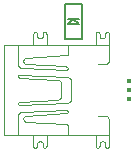
<source format=gbo>
G75*
G70*
%OFA0B0*%
%FSLAX24Y24*%
%IPPOS*%
%LPD*%
%AMOC8*
5,1,8,0,0,1.08239X$1,22.5*
%
%ADD10C,0.0050*%
%ADD11R,0.0118X0.0118*%
%ADD12C,0.0040*%
D10*
X002145Y004789D02*
X002736Y004789D01*
X002736Y005971D01*
X002145Y005971D01*
X002145Y004789D01*
X002265Y005305D02*
X002440Y005455D01*
X002615Y005305D01*
X002265Y005305D01*
X002265Y005455D02*
X002615Y005455D01*
D11*
X004300Y003400D03*
X004300Y003100D03*
X004300Y002800D03*
D12*
X001163Y001171D02*
X001163Y001171D01*
X001163Y001172D02*
X001150Y001173D01*
X001137Y001178D01*
X001126Y001185D01*
X001116Y001195D01*
X001109Y001206D01*
X001104Y001219D01*
X001103Y001232D01*
X001102Y001232D02*
X001102Y001602D01*
X001318Y001386D02*
X001329Y001386D01*
X001346Y001384D01*
X001363Y001379D01*
X001378Y001371D01*
X001391Y001360D01*
X001402Y001347D01*
X001410Y001332D01*
X001415Y001315D01*
X001417Y001298D01*
X001417Y001232D01*
X001419Y001218D01*
X001423Y001206D01*
X001430Y001194D01*
X001440Y001184D01*
X001452Y001177D01*
X001464Y001173D01*
X001478Y001171D01*
X001493Y001173D01*
X001507Y001178D01*
X001519Y001185D01*
X001530Y001196D01*
X001537Y001208D01*
X001542Y001222D01*
X001544Y001237D01*
X001544Y001580D01*
X001318Y001386D02*
X001301Y001384D01*
X001284Y001379D01*
X001269Y001371D01*
X001256Y001360D01*
X001245Y001347D01*
X001237Y001332D01*
X001232Y001315D01*
X001230Y001298D01*
X001229Y001298D02*
X001229Y001237D01*
X001227Y001222D01*
X001222Y001208D01*
X001215Y001196D01*
X001204Y001185D01*
X001192Y001178D01*
X001178Y001173D01*
X001163Y001171D01*
X000589Y001624D02*
X000589Y002231D01*
X000591Y002253D01*
X000596Y002274D01*
X000604Y002294D01*
X000615Y002312D01*
X000629Y002329D01*
X000646Y002343D01*
X000664Y002354D01*
X000684Y002362D01*
X000705Y002367D01*
X000727Y002369D01*
X000744Y002369D01*
X002190Y002435D01*
X002189Y002435D02*
X002203Y002434D01*
X002217Y002430D01*
X002228Y002422D01*
X002238Y002412D01*
X002245Y002400D01*
X002249Y002387D01*
X002250Y002373D01*
X002247Y002359D01*
X002241Y002346D01*
X002233Y002336D01*
X002221Y002327D01*
X002209Y002321D01*
X002195Y002319D01*
X000860Y002231D01*
X000841Y002228D01*
X000824Y002221D01*
X000808Y002212D01*
X000794Y002199D01*
X000783Y002184D01*
X000775Y002168D01*
X000770Y002150D01*
X000769Y002131D01*
X000771Y002113D01*
X000777Y002095D01*
X000786Y002079D01*
X000798Y002065D01*
X000813Y002053D01*
X000829Y002044D01*
X000847Y002039D01*
X000865Y002037D01*
X000865Y002038D02*
X002206Y001949D01*
X002218Y001947D01*
X002229Y001941D01*
X002238Y001933D01*
X002245Y001923D01*
X002249Y001912D01*
X002250Y001900D01*
X002250Y001624D01*
X003183Y001602D02*
X003183Y001232D01*
X003185Y001219D01*
X003189Y001206D01*
X003196Y001194D01*
X003206Y001184D01*
X003218Y001177D01*
X003231Y001172D01*
X003244Y001171D01*
X003244Y001171D01*
X003259Y001173D01*
X003273Y001178D01*
X003285Y001185D01*
X003296Y001196D01*
X003303Y001208D01*
X003308Y001222D01*
X003310Y001237D01*
X003310Y001298D01*
X003312Y001315D01*
X003317Y001332D01*
X003325Y001347D01*
X003336Y001360D01*
X003349Y001371D01*
X003364Y001379D01*
X003381Y001384D01*
X003398Y001386D01*
X003410Y001386D01*
X003427Y001384D01*
X003444Y001379D01*
X003459Y001371D01*
X003472Y001360D01*
X003483Y001347D01*
X003491Y001332D01*
X003496Y001315D01*
X003498Y001298D01*
X003498Y001232D01*
X003500Y001218D01*
X003504Y001206D01*
X003511Y001194D01*
X003521Y001184D01*
X003533Y001177D01*
X003545Y001173D01*
X003559Y001171D01*
X003574Y001173D01*
X003588Y001178D01*
X003600Y001185D01*
X003611Y001196D01*
X003618Y001208D01*
X003623Y001222D01*
X003625Y001237D01*
X003625Y001607D01*
X003625Y001602D02*
X003625Y002098D01*
X003624Y002098D02*
X003622Y002120D01*
X003617Y002142D01*
X003608Y002163D01*
X003597Y002182D01*
X003582Y002199D01*
X003565Y002214D01*
X003546Y002225D01*
X003525Y002234D01*
X003503Y002239D01*
X003481Y002241D01*
X003481Y002242D02*
X003271Y002242D01*
X003625Y001602D02*
X000120Y001602D01*
X000120Y004599D01*
X001544Y004599D01*
X001544Y004968D01*
X001543Y004969D02*
X001542Y004982D01*
X001537Y004995D01*
X001530Y005006D01*
X001520Y005016D01*
X001509Y005023D01*
X001496Y005028D01*
X001483Y005029D01*
X001483Y005029D01*
X001468Y005027D01*
X001454Y005022D01*
X001442Y005015D01*
X001431Y005004D01*
X001424Y004992D01*
X001419Y004978D01*
X001417Y004963D01*
X001417Y004902D01*
X001415Y004885D01*
X001410Y004868D01*
X001402Y004853D01*
X001391Y004840D01*
X001378Y004829D01*
X001363Y004821D01*
X001346Y004816D01*
X001329Y004814D01*
X001318Y004814D01*
X001301Y004816D01*
X001284Y004821D01*
X001269Y004829D01*
X001256Y004840D01*
X001245Y004853D01*
X001237Y004868D01*
X001232Y004885D01*
X001230Y004902D01*
X001229Y004902D02*
X001229Y004968D01*
X001230Y004968D02*
X001228Y004982D01*
X001224Y004994D01*
X001217Y005006D01*
X001207Y005016D01*
X001195Y005023D01*
X001183Y005027D01*
X001169Y005029D01*
X001154Y005027D01*
X001140Y005022D01*
X001128Y005015D01*
X001117Y005004D01*
X001110Y004992D01*
X001105Y004978D01*
X001103Y004963D01*
X001102Y004963D02*
X001102Y004621D01*
X001544Y004599D02*
X003625Y004599D01*
X003625Y004968D01*
X003625Y004969D02*
X003624Y004982D01*
X003619Y004995D01*
X003612Y005007D01*
X003602Y005017D01*
X003590Y005024D01*
X003577Y005029D01*
X003564Y005030D01*
X003564Y005029D02*
X003564Y005029D01*
X003549Y005027D01*
X003535Y005022D01*
X003523Y005015D01*
X003512Y005004D01*
X003505Y004992D01*
X003500Y004978D01*
X003498Y004963D01*
X003498Y004902D01*
X003496Y004885D01*
X003491Y004868D01*
X003483Y004853D01*
X003472Y004840D01*
X003459Y004829D01*
X003444Y004821D01*
X003427Y004816D01*
X003410Y004814D01*
X003409Y004814D02*
X003398Y004814D01*
X003381Y004816D01*
X003364Y004821D01*
X003349Y004829D01*
X003336Y004840D01*
X003325Y004853D01*
X003317Y004868D01*
X003312Y004885D01*
X003310Y004902D01*
X003310Y004968D01*
X003308Y004982D01*
X003304Y004994D01*
X003297Y005006D01*
X003287Y005016D01*
X003275Y005023D01*
X003263Y005027D01*
X003249Y005029D01*
X003234Y005027D01*
X003220Y005022D01*
X003208Y005015D01*
X003197Y005004D01*
X003190Y004992D01*
X003185Y004978D01*
X003183Y004963D01*
X003183Y004621D01*
X003625Y004599D02*
X003625Y004096D01*
X003623Y004074D01*
X003618Y004053D01*
X003610Y004033D01*
X003599Y004015D01*
X003585Y003998D01*
X003568Y003984D01*
X003550Y003973D01*
X003530Y003965D01*
X003509Y003960D01*
X003487Y003958D01*
X003255Y003958D01*
X002366Y003384D02*
X002366Y002805D01*
X002367Y002805D02*
X002365Y002784D01*
X002360Y002764D01*
X002352Y002745D01*
X002342Y002727D01*
X002328Y002711D01*
X002312Y002697D01*
X002294Y002687D01*
X002275Y002679D01*
X002255Y002674D01*
X002234Y002672D01*
X000650Y002590D01*
X000650Y002589D02*
X000636Y002590D01*
X000623Y002595D01*
X000612Y002603D01*
X000603Y002613D01*
X000597Y002626D01*
X000594Y002639D01*
X000595Y002653D01*
X000600Y002666D01*
X000608Y002677D01*
X000618Y002686D01*
X000631Y002692D01*
X000644Y002695D01*
X000644Y002694D02*
X001870Y002761D01*
X001894Y002763D01*
X001918Y002768D01*
X001941Y002776D01*
X001962Y002788D01*
X001982Y002803D01*
X001999Y002820D01*
X002014Y002840D01*
X002026Y002861D01*
X002034Y002884D01*
X002039Y002908D01*
X002041Y002932D01*
X002041Y003279D01*
X002039Y003303D01*
X002034Y003326D01*
X002026Y003348D01*
X002015Y003369D01*
X002000Y003388D01*
X001984Y003404D01*
X001965Y003419D01*
X001944Y003430D01*
X001922Y003438D01*
X001899Y003443D01*
X001875Y003445D01*
X001848Y003445D01*
X000650Y003500D01*
X000649Y003500D02*
X000636Y003502D01*
X000623Y003508D01*
X000612Y003517D01*
X000604Y003528D01*
X000599Y003541D01*
X000597Y003555D01*
X000599Y003569D01*
X000604Y003582D01*
X000612Y003593D01*
X000623Y003602D01*
X000636Y003608D01*
X000649Y003610D01*
X000650Y003611D02*
X002223Y003528D01*
X002246Y003526D01*
X002267Y003521D01*
X002288Y003512D01*
X002308Y003500D01*
X002325Y003486D01*
X002339Y003469D01*
X002351Y003449D01*
X002360Y003428D01*
X002365Y003407D01*
X002367Y003384D01*
X002190Y003765D02*
X000744Y003831D01*
X000727Y003831D01*
X000705Y003833D01*
X000684Y003838D01*
X000664Y003846D01*
X000646Y003857D01*
X000629Y003871D01*
X000615Y003888D01*
X000604Y003906D01*
X000596Y003926D01*
X000591Y003947D01*
X000589Y003969D01*
X000589Y004577D01*
X000865Y004163D02*
X002206Y004251D01*
X002218Y004253D01*
X002229Y004259D01*
X002238Y004267D01*
X002245Y004277D01*
X002249Y004288D01*
X002250Y004300D01*
X002250Y004301D02*
X002250Y004577D01*
X002195Y003881D02*
X000860Y003969D01*
X000841Y003972D01*
X000824Y003979D01*
X000808Y003988D01*
X000794Y004001D01*
X000783Y004016D01*
X000775Y004032D01*
X000770Y004050D01*
X000769Y004069D01*
X000771Y004087D01*
X000777Y004105D01*
X000786Y004121D01*
X000798Y004135D01*
X000813Y004147D01*
X000829Y004156D01*
X000847Y004161D01*
X000865Y004163D01*
X002195Y003881D02*
X002209Y003879D01*
X002221Y003873D01*
X002233Y003864D01*
X002241Y003854D01*
X002247Y003841D01*
X002250Y003827D01*
X002249Y003813D01*
X002245Y003800D01*
X002238Y003788D01*
X002228Y003778D01*
X002217Y003770D01*
X002203Y003766D01*
X002189Y003765D01*
M02*

</source>
